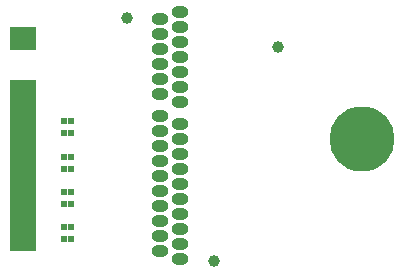
<source format=gts>
G04*
G04 #@! TF.GenerationSoftware,Altium Limited,Altium Designer,22.3.1 (43)*
G04*
G04 Layer_Color=8388736*
%FSLAX25Y25*%
%MOIN*%
G70*
G04*
G04 #@! TF.SameCoordinates,698DBC82-D8F4-4E88-83ED-E0681CBDB87E*
G04*
G04*
G04 #@! TF.FilePolarity,Negative*
G04*
G01*
G75*
%ADD15C,0.03937*%
%ADD16R,0.02375X0.02375*%
%ADD17R,0.08674X0.01981*%
%ADD18O,0.05721X0.03950*%
%ADD19O,0.21666X0.21666*%
D15*
X40103Y79573D02*
D03*
X69103Y-1434D02*
D03*
X90603Y69703D02*
D03*
D16*
X21603Y17409D02*
D03*
X19083D02*
D03*
X21603Y29220D02*
D03*
X19083D02*
D03*
X21603Y9598D02*
D03*
X19083D02*
D03*
X21603Y5598D02*
D03*
X19083D02*
D03*
X21603Y21409D02*
D03*
X19083D02*
D03*
X21603Y41031D02*
D03*
X19083D02*
D03*
X21603Y45031D02*
D03*
X19083D02*
D03*
X21603Y33220D02*
D03*
X19083D02*
D03*
D17*
X5413Y69606D02*
D03*
Y71574D02*
D03*
Y73543D02*
D03*
X5413Y57795D02*
D03*
X5413Y75511D02*
D03*
X5413Y55826D02*
D03*
Y53858D02*
D03*
Y51889D02*
D03*
Y49921D02*
D03*
Y47952D02*
D03*
Y45984D02*
D03*
Y44015D02*
D03*
Y42047D02*
D03*
Y40078D02*
D03*
Y38110D02*
D03*
Y36141D02*
D03*
Y34173D02*
D03*
Y32204D02*
D03*
Y30236D02*
D03*
Y28267D02*
D03*
Y26299D02*
D03*
Y24330D02*
D03*
Y22362D02*
D03*
Y20393D02*
D03*
Y18425D02*
D03*
Y16456D02*
D03*
Y14488D02*
D03*
Y12519D02*
D03*
Y10551D02*
D03*
Y8582D02*
D03*
Y6614D02*
D03*
Y4645D02*
D03*
Y2677D02*
D03*
D18*
X51315Y36634D02*
D03*
X57890Y34134D02*
D03*
Y29134D02*
D03*
Y24134D02*
D03*
Y19134D02*
D03*
Y14134D02*
D03*
Y9134D02*
D03*
Y4134D02*
D03*
Y-866D02*
D03*
Y51504D02*
D03*
Y39134D02*
D03*
Y44134D02*
D03*
Y71504D02*
D03*
Y66504D02*
D03*
Y61504D02*
D03*
Y76504D02*
D03*
X51315Y79004D02*
D03*
X57890Y81504D02*
D03*
X51315Y69004D02*
D03*
Y64004D02*
D03*
Y59004D02*
D03*
Y54004D02*
D03*
Y74004D02*
D03*
Y41634D02*
D03*
Y31634D02*
D03*
Y26634D02*
D03*
Y21634D02*
D03*
Y16634D02*
D03*
Y6634D02*
D03*
Y1634D02*
D03*
Y11634D02*
D03*
Y46634D02*
D03*
X57890Y56504D02*
D03*
D19*
X118603Y39134D02*
D03*
M02*

</source>
